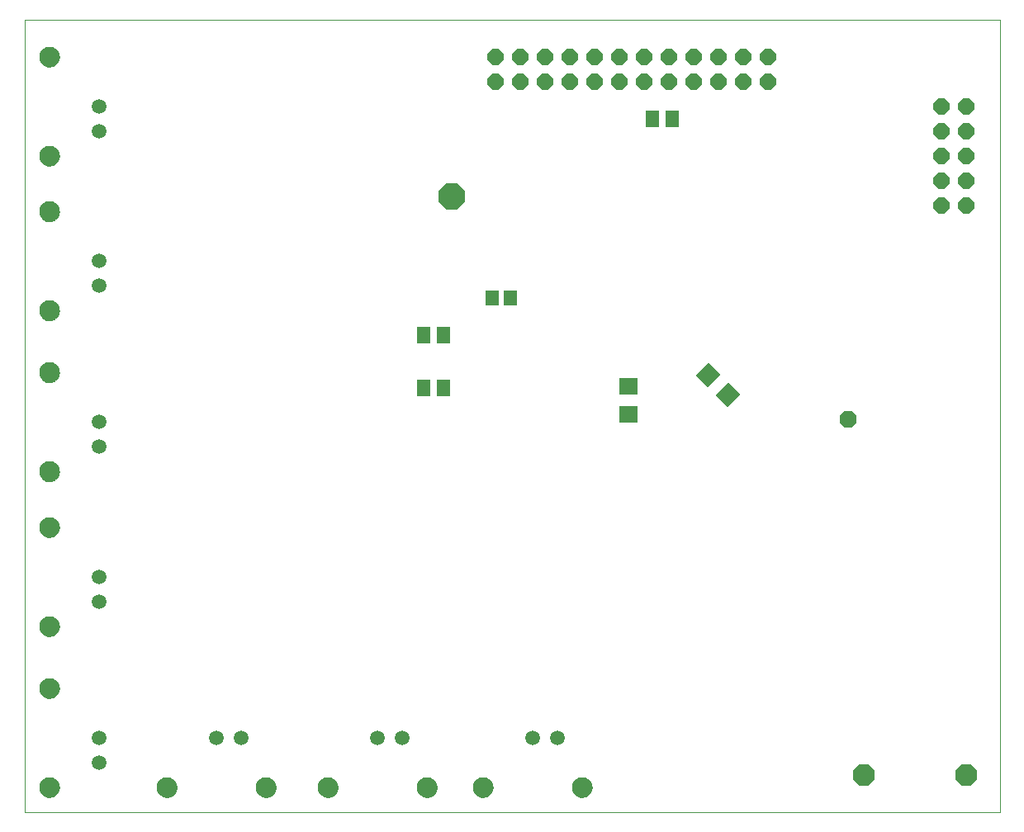
<source format=gbs>
G04 This is an RS-274x file exported by *
G04 gerbv version 2.4.0 *
G04 More information is available about gerbv at *
G04 http://gerbv.gpleda.org/ *
G04 --End of header info--*
%MOIN*%
%FSLAX23Y23*%
%IPPOS*%
G04 --Define apertures--*
%ADD10C,0.0000*%
%ADD11R,0.0552X0.0670*%
%ADD12R,0.0552X0.0631*%
%ADD13C,0.0827*%
%ADD14C,0.0594*%
%AMMACRO15*
5,1,8,0.000000,0.000000,0.096333,22.500000*
%
%ADD15MACRO15*%
%AMMACRO16*
5,1,8,0.000000,0.000000,0.112569,22.500000*
%
%ADD16MACRO16*%
%AMMACRO17*
5,1,8,0.000000,0.000000,0.069273,22.500000*
%
%ADD17MACRO17*%
%AMMACRO18*
5,1,8,0.000000,0.000000,0.072520,22.500000*
%
%ADD18MACRO18*%
%ADD19R,0.0670X0.0750*%
%ADD20R,0.0750X0.0670*%
G04 --Start main section--*
G54D10*
G01X01036Y01036D02*
G01X01036Y04236D01*
G01X01036Y04236D02*
G01X04973Y04236D01*
G01X04973Y04236D02*
G01X04973Y01036D01*
G01X04973Y01036D02*
G01X01036Y01036D01*
G01X01097Y01136D02*
G01X01097Y01140D01*
G01X01097Y01140D02*
G01X01098Y01144D01*
G01X01098Y01144D02*
G01X01099Y01148D01*
G01X01099Y01148D02*
G01X01100Y01151D01*
G01X01100Y01151D02*
G01X01102Y01155D01*
G01X01102Y01155D02*
G01X01104Y01158D01*
G01X01104Y01158D02*
G01X01106Y01161D01*
G01X01106Y01161D02*
G01X01109Y01164D01*
G01X01109Y01164D02*
G01X01112Y01167D01*
G01X01112Y01167D02*
G01X01115Y01169D01*
G01X01115Y01169D02*
G01X01118Y01171D01*
G01X01118Y01171D02*
G01X01122Y01173D01*
G01X01122Y01173D02*
G01X01125Y01174D01*
G01X01125Y01174D02*
G01X01129Y01175D01*
G01X01129Y01175D02*
G01X01133Y01175D01*
G01X01133Y01175D02*
G01X01137Y01176D01*
G01X01137Y01176D02*
G01X01141Y01175D01*
G01X01141Y01175D02*
G01X01145Y01175D01*
G01X01145Y01175D02*
G01X01149Y01173D01*
G01X01149Y01173D02*
G01X01152Y01172D01*
G01X01152Y01172D02*
G01X01156Y01170D01*
G01X01156Y01170D02*
G01X01159Y01168D01*
G01X01159Y01168D02*
G01X01162Y01166D01*
G01X01162Y01166D02*
G01X01165Y01163D01*
G01X01165Y01163D02*
G01X01168Y01160D01*
G01X01168Y01160D02*
G01X01170Y01157D01*
G01X01170Y01157D02*
G01X01172Y01153D01*
G01X01172Y01153D02*
G01X01173Y01150D01*
G01X01173Y01150D02*
G01X01174Y01146D01*
G01X01174Y01146D02*
G01X01175Y01142D01*
G01X01175Y01142D02*
G01X01176Y01138D01*
G01X01176Y01138D02*
G01X01176Y01134D01*
G01X01176Y01134D02*
G01X01175Y01130D01*
G01X01175Y01130D02*
G01X01174Y01126D01*
G01X01174Y01126D02*
G01X01173Y01123D01*
G01X01173Y01123D02*
G01X01172Y01119D01*
G01X01172Y01119D02*
G01X01170Y01116D01*
G01X01170Y01116D02*
G01X01168Y01112D01*
G01X01168Y01112D02*
G01X01165Y01109D01*
G01X01165Y01109D02*
G01X01162Y01107D01*
G01X01162Y01107D02*
G01X01159Y01104D01*
G01X01159Y01104D02*
G01X01156Y01102D01*
G01X01156Y01102D02*
G01X01152Y01100D01*
G01X01152Y01100D02*
G01X01149Y01099D01*
G01X01149Y01099D02*
G01X01145Y01098D01*
G01X01145Y01098D02*
G01X01141Y01097D01*
G01X01141Y01097D02*
G01X01137Y01097D01*
G01X01137Y01097D02*
G01X01133Y01097D01*
G01X01133Y01097D02*
G01X01129Y01097D01*
G01X01129Y01097D02*
G01X01125Y01098D01*
G01X01125Y01098D02*
G01X01122Y01099D01*
G01X01122Y01099D02*
G01X01118Y01101D01*
G01X01118Y01101D02*
G01X01115Y01103D01*
G01X01115Y01103D02*
G01X01112Y01105D01*
G01X01112Y01105D02*
G01X01109Y01108D01*
G01X01109Y01108D02*
G01X01106Y01111D01*
G01X01106Y01111D02*
G01X01104Y01114D01*
G01X01104Y01114D02*
G01X01102Y01117D01*
G01X01102Y01117D02*
G01X01100Y01121D01*
G01X01100Y01121D02*
G01X01099Y01125D01*
G01X01099Y01125D02*
G01X01098Y01128D01*
G01X01098Y01128D02*
G01X01097Y01132D01*
G01X01097Y01132D02*
G01X01097Y01136D01*
G01X01097Y01536D02*
G01X01097Y01540D01*
G01X01097Y01540D02*
G01X01098Y01544D01*
G01X01098Y01544D02*
G01X01099Y01548D01*
G01X01099Y01548D02*
G01X01100Y01551D01*
G01X01100Y01551D02*
G01X01102Y01555D01*
G01X01102Y01555D02*
G01X01104Y01558D01*
G01X01104Y01558D02*
G01X01106Y01561D01*
G01X01106Y01561D02*
G01X01109Y01564D01*
G01X01109Y01564D02*
G01X01112Y01567D01*
G01X01112Y01567D02*
G01X01115Y01569D01*
G01X01115Y01569D02*
G01X01118Y01571D01*
G01X01118Y01571D02*
G01X01122Y01573D01*
G01X01122Y01573D02*
G01X01125Y01574D01*
G01X01125Y01574D02*
G01X01129Y01575D01*
G01X01129Y01575D02*
G01X01133Y01575D01*
G01X01133Y01575D02*
G01X01137Y01576D01*
G01X01137Y01576D02*
G01X01141Y01575D01*
G01X01141Y01575D02*
G01X01145Y01575D01*
G01X01145Y01575D02*
G01X01149Y01573D01*
G01X01149Y01573D02*
G01X01152Y01572D01*
G01X01152Y01572D02*
G01X01156Y01570D01*
G01X01156Y01570D02*
G01X01159Y01568D01*
G01X01159Y01568D02*
G01X01162Y01566D01*
G01X01162Y01566D02*
G01X01165Y01563D01*
G01X01165Y01563D02*
G01X01168Y01560D01*
G01X01168Y01560D02*
G01X01170Y01557D01*
G01X01170Y01557D02*
G01X01172Y01553D01*
G01X01172Y01553D02*
G01X01173Y01550D01*
G01X01173Y01550D02*
G01X01174Y01546D01*
G01X01174Y01546D02*
G01X01175Y01542D01*
G01X01175Y01542D02*
G01X01176Y01538D01*
G01X01176Y01538D02*
G01X01176Y01534D01*
G01X01176Y01534D02*
G01X01175Y01530D01*
G01X01175Y01530D02*
G01X01174Y01526D01*
G01X01174Y01526D02*
G01X01173Y01523D01*
G01X01173Y01523D02*
G01X01172Y01519D01*
G01X01172Y01519D02*
G01X01170Y01516D01*
G01X01170Y01516D02*
G01X01168Y01512D01*
G01X01168Y01512D02*
G01X01165Y01509D01*
G01X01165Y01509D02*
G01X01162Y01507D01*
G01X01162Y01507D02*
G01X01159Y01504D01*
G01X01159Y01504D02*
G01X01156Y01502D01*
G01X01156Y01502D02*
G01X01152Y01500D01*
G01X01152Y01500D02*
G01X01149Y01499D01*
G01X01149Y01499D02*
G01X01145Y01498D01*
G01X01145Y01498D02*
G01X01141Y01497D01*
G01X01141Y01497D02*
G01X01137Y01497D01*
G01X01137Y01497D02*
G01X01133Y01497D01*
G01X01133Y01497D02*
G01X01129Y01497D01*
G01X01129Y01497D02*
G01X01125Y01498D01*
G01X01125Y01498D02*
G01X01122Y01499D01*
G01X01122Y01499D02*
G01X01118Y01501D01*
G01X01118Y01501D02*
G01X01115Y01503D01*
G01X01115Y01503D02*
G01X01112Y01505D01*
G01X01112Y01505D02*
G01X01109Y01508D01*
G01X01109Y01508D02*
G01X01106Y01511D01*
G01X01106Y01511D02*
G01X01104Y01514D01*
G01X01104Y01514D02*
G01X01102Y01517D01*
G01X01102Y01517D02*
G01X01100Y01521D01*
G01X01100Y01521D02*
G01X01099Y01525D01*
G01X01099Y01525D02*
G01X01098Y01528D01*
G01X01098Y01528D02*
G01X01097Y01532D01*
G01X01097Y01532D02*
G01X01097Y01536D01*
G01X01097Y01786D02*
G01X01097Y01790D01*
G01X01097Y01790D02*
G01X01098Y01794D01*
G01X01098Y01794D02*
G01X01099Y01798D01*
G01X01099Y01798D02*
G01X01100Y01801D01*
G01X01100Y01801D02*
G01X01102Y01805D01*
G01X01102Y01805D02*
G01X01104Y01808D01*
G01X01104Y01808D02*
G01X01106Y01811D01*
G01X01106Y01811D02*
G01X01109Y01814D01*
G01X01109Y01814D02*
G01X01112Y01817D01*
G01X01112Y01817D02*
G01X01115Y01819D01*
G01X01115Y01819D02*
G01X01118Y01821D01*
G01X01118Y01821D02*
G01X01122Y01823D01*
G01X01122Y01823D02*
G01X01125Y01824D01*
G01X01125Y01824D02*
G01X01129Y01825D01*
G01X01129Y01825D02*
G01X01133Y01825D01*
G01X01133Y01825D02*
G01X01137Y01826D01*
G01X01137Y01826D02*
G01X01141Y01825D01*
G01X01141Y01825D02*
G01X01145Y01825D01*
G01X01145Y01825D02*
G01X01149Y01823D01*
G01X01149Y01823D02*
G01X01152Y01822D01*
G01X01152Y01822D02*
G01X01156Y01820D01*
G01X01156Y01820D02*
G01X01159Y01818D01*
G01X01159Y01818D02*
G01X01162Y01816D01*
G01X01162Y01816D02*
G01X01165Y01813D01*
G01X01165Y01813D02*
G01X01168Y01810D01*
G01X01168Y01810D02*
G01X01170Y01807D01*
G01X01170Y01807D02*
G01X01172Y01803D01*
G01X01172Y01803D02*
G01X01173Y01800D01*
G01X01173Y01800D02*
G01X01174Y01796D01*
G01X01174Y01796D02*
G01X01175Y01792D01*
G01X01175Y01792D02*
G01X01176Y01788D01*
G01X01176Y01788D02*
G01X01176Y01784D01*
G01X01176Y01784D02*
G01X01175Y01780D01*
G01X01175Y01780D02*
G01X01174Y01776D01*
G01X01174Y01776D02*
G01X01173Y01773D01*
G01X01173Y01773D02*
G01X01172Y01769D01*
G01X01172Y01769D02*
G01X01170Y01766D01*
G01X01170Y01766D02*
G01X01168Y01762D01*
G01X01168Y01762D02*
G01X01165Y01759D01*
G01X01165Y01759D02*
G01X01162Y01757D01*
G01X01162Y01757D02*
G01X01159Y01754D01*
G01X01159Y01754D02*
G01X01156Y01752D01*
G01X01156Y01752D02*
G01X01152Y01750D01*
G01X01152Y01750D02*
G01X01149Y01749D01*
G01X01149Y01749D02*
G01X01145Y01748D01*
G01X01145Y01748D02*
G01X01141Y01747D01*
G01X01141Y01747D02*
G01X01137Y01747D01*
G01X01137Y01747D02*
G01X01133Y01747D01*
G01X01133Y01747D02*
G01X01129Y01747D01*
G01X01129Y01747D02*
G01X01125Y01748D01*
G01X01125Y01748D02*
G01X01122Y01749D01*
G01X01122Y01749D02*
G01X01118Y01751D01*
G01X01118Y01751D02*
G01X01115Y01753D01*
G01X01115Y01753D02*
G01X01112Y01755D01*
G01X01112Y01755D02*
G01X01109Y01758D01*
G01X01109Y01758D02*
G01X01106Y01761D01*
G01X01106Y01761D02*
G01X01104Y01764D01*
G01X01104Y01764D02*
G01X01102Y01767D01*
G01X01102Y01767D02*
G01X01100Y01771D01*
G01X01100Y01771D02*
G01X01099Y01775D01*
G01X01099Y01775D02*
G01X01098Y01778D01*
G01X01098Y01778D02*
G01X01097Y01782D01*
G01X01097Y01782D02*
G01X01097Y01786D01*
G01X01097Y02186D02*
G01X01097Y02190D01*
G01X01097Y02190D02*
G01X01098Y02194D01*
G01X01098Y02194D02*
G01X01099Y02198D01*
G01X01099Y02198D02*
G01X01100Y02201D01*
G01X01100Y02201D02*
G01X01102Y02205D01*
G01X01102Y02205D02*
G01X01104Y02208D01*
G01X01104Y02208D02*
G01X01106Y02211D01*
G01X01106Y02211D02*
G01X01109Y02214D01*
G01X01109Y02214D02*
G01X01112Y02217D01*
G01X01112Y02217D02*
G01X01115Y02219D01*
G01X01115Y02219D02*
G01X01118Y02221D01*
G01X01118Y02221D02*
G01X01122Y02223D01*
G01X01122Y02223D02*
G01X01125Y02224D01*
G01X01125Y02224D02*
G01X01129Y02225D01*
G01X01129Y02225D02*
G01X01133Y02225D01*
G01X01133Y02225D02*
G01X01137Y02226D01*
G01X01137Y02226D02*
G01X01141Y02225D01*
G01X01141Y02225D02*
G01X01145Y02225D01*
G01X01145Y02225D02*
G01X01149Y02223D01*
G01X01149Y02223D02*
G01X01152Y02222D01*
G01X01152Y02222D02*
G01X01156Y02220D01*
G01X01156Y02220D02*
G01X01159Y02218D01*
G01X01159Y02218D02*
G01X01162Y02216D01*
G01X01162Y02216D02*
G01X01165Y02213D01*
G01X01165Y02213D02*
G01X01168Y02210D01*
G01X01168Y02210D02*
G01X01170Y02207D01*
G01X01170Y02207D02*
G01X01172Y02203D01*
G01X01172Y02203D02*
G01X01173Y02200D01*
G01X01173Y02200D02*
G01X01174Y02196D01*
G01X01174Y02196D02*
G01X01175Y02192D01*
G01X01175Y02192D02*
G01X01176Y02188D01*
G01X01176Y02188D02*
G01X01176Y02184D01*
G01X01176Y02184D02*
G01X01175Y02180D01*
G01X01175Y02180D02*
G01X01174Y02176D01*
G01X01174Y02176D02*
G01X01173Y02173D01*
G01X01173Y02173D02*
G01X01172Y02169D01*
G01X01172Y02169D02*
G01X01170Y02166D01*
G01X01170Y02166D02*
G01X01168Y02162D01*
G01X01168Y02162D02*
G01X01165Y02159D01*
G01X01165Y02159D02*
G01X01162Y02157D01*
G01X01162Y02157D02*
G01X01159Y02154D01*
G01X01159Y02154D02*
G01X01156Y02152D01*
G01X01156Y02152D02*
G01X01152Y02150D01*
G01X01152Y02150D02*
G01X01149Y02149D01*
G01X01149Y02149D02*
G01X01145Y02148D01*
G01X01145Y02148D02*
G01X01141Y02147D01*
G01X01141Y02147D02*
G01X01137Y02147D01*
G01X01137Y02147D02*
G01X01133Y02147D01*
G01X01133Y02147D02*
G01X01129Y02147D01*
G01X01129Y02147D02*
G01X01125Y02148D01*
G01X01125Y02148D02*
G01X01122Y02149D01*
G01X01122Y02149D02*
G01X01118Y02151D01*
G01X01118Y02151D02*
G01X01115Y02153D01*
G01X01115Y02153D02*
G01X01112Y02155D01*
G01X01112Y02155D02*
G01X01109Y02158D01*
G01X01109Y02158D02*
G01X01106Y02161D01*
G01X01106Y02161D02*
G01X01104Y02164D01*
G01X01104Y02164D02*
G01X01102Y02167D01*
G01X01102Y02167D02*
G01X01100Y02171D01*
G01X01100Y02171D02*
G01X01099Y02175D01*
G01X01099Y02175D02*
G01X01098Y02178D01*
G01X01098Y02178D02*
G01X01097Y02182D01*
G01X01097Y02182D02*
G01X01097Y02186D01*
G01X01097Y02411D02*
G01X01097Y02415D01*
G01X01097Y02415D02*
G01X01098Y02419D01*
G01X01098Y02419D02*
G01X01099Y02423D01*
G01X01099Y02423D02*
G01X01100Y02426D01*
G01X01100Y02426D02*
G01X01102Y02430D01*
G01X01102Y02430D02*
G01X01104Y02433D01*
G01X01104Y02433D02*
G01X01106Y02436D01*
G01X01106Y02436D02*
G01X01109Y02439D01*
G01X01109Y02439D02*
G01X01112Y02442D01*
G01X01112Y02442D02*
G01X01115Y02444D01*
G01X01115Y02444D02*
G01X01118Y02446D01*
G01X01118Y02446D02*
G01X01122Y02448D01*
G01X01122Y02448D02*
G01X01125Y02449D01*
G01X01125Y02449D02*
G01X01129Y02450D01*
G01X01129Y02450D02*
G01X01133Y02450D01*
G01X01133Y02450D02*
G01X01137Y02451D01*
G01X01137Y02451D02*
G01X01141Y02450D01*
G01X01141Y02450D02*
G01X01145Y02450D01*
G01X01145Y02450D02*
G01X01149Y02448D01*
G01X01149Y02448D02*
G01X01152Y02447D01*
G01X01152Y02447D02*
G01X01156Y02445D01*
G01X01156Y02445D02*
G01X01159Y02443D01*
G01X01159Y02443D02*
G01X01162Y02441D01*
G01X01162Y02441D02*
G01X01165Y02438D01*
G01X01165Y02438D02*
G01X01168Y02435D01*
G01X01168Y02435D02*
G01X01170Y02432D01*
G01X01170Y02432D02*
G01X01172Y02428D01*
G01X01172Y02428D02*
G01X01173Y02425D01*
G01X01173Y02425D02*
G01X01174Y02421D01*
G01X01174Y02421D02*
G01X01175Y02417D01*
G01X01175Y02417D02*
G01X01176Y02413D01*
G01X01176Y02413D02*
G01X01176Y02409D01*
G01X01176Y02409D02*
G01X01175Y02405D01*
G01X01175Y02405D02*
G01X01174Y02401D01*
G01X01174Y02401D02*
G01X01173Y02398D01*
G01X01173Y02398D02*
G01X01172Y02394D01*
G01X01172Y02394D02*
G01X01170Y02391D01*
G01X01170Y02391D02*
G01X01168Y02387D01*
G01X01168Y02387D02*
G01X01165Y02384D01*
G01X01165Y02384D02*
G01X01162Y02382D01*
G01X01162Y02382D02*
G01X01159Y02379D01*
G01X01159Y02379D02*
G01X01156Y02377D01*
G01X01156Y02377D02*
G01X01152Y02375D01*
G01X01152Y02375D02*
G01X01149Y02374D01*
G01X01149Y02374D02*
G01X01145Y02373D01*
G01X01145Y02373D02*
G01X01141Y02372D01*
G01X01141Y02372D02*
G01X01137Y02372D01*
G01X01137Y02372D02*
G01X01133Y02372D01*
G01X01133Y02372D02*
G01X01129Y02372D01*
G01X01129Y02372D02*
G01X01125Y02373D01*
G01X01125Y02373D02*
G01X01122Y02374D01*
G01X01122Y02374D02*
G01X01118Y02376D01*
G01X01118Y02376D02*
G01X01115Y02378D01*
G01X01115Y02378D02*
G01X01112Y02380D01*
G01X01112Y02380D02*
G01X01109Y02383D01*
G01X01109Y02383D02*
G01X01106Y02386D01*
G01X01106Y02386D02*
G01X01104Y02389D01*
G01X01104Y02389D02*
G01X01102Y02392D01*
G01X01102Y02392D02*
G01X01100Y02396D01*
G01X01100Y02396D02*
G01X01099Y02400D01*
G01X01099Y02400D02*
G01X01098Y02403D01*
G01X01098Y02403D02*
G01X01097Y02407D01*
G01X01097Y02407D02*
G01X01097Y02411D01*
G01X01097Y02811D02*
G01X01097Y02815D01*
G01X01097Y02815D02*
G01X01098Y02819D01*
G01X01098Y02819D02*
G01X01099Y02823D01*
G01X01099Y02823D02*
G01X01100Y02826D01*
G01X01100Y02826D02*
G01X01102Y02830D01*
G01X01102Y02830D02*
G01X01104Y02833D01*
G01X01104Y02833D02*
G01X01106Y02836D01*
G01X01106Y02836D02*
G01X01109Y02839D01*
G01X01109Y02839D02*
G01X01112Y02842D01*
G01X01112Y02842D02*
G01X01115Y02844D01*
G01X01115Y02844D02*
G01X01118Y02846D01*
G01X01118Y02846D02*
G01X01122Y02848D01*
G01X01122Y02848D02*
G01X01125Y02849D01*
G01X01125Y02849D02*
G01X01129Y02850D01*
G01X01129Y02850D02*
G01X01133Y02850D01*
G01X01133Y02850D02*
G01X01137Y02851D01*
G01X01137Y02851D02*
G01X01141Y02850D01*
G01X01141Y02850D02*
G01X01145Y02850D01*
G01X01145Y02850D02*
G01X01149Y02848D01*
G01X01149Y02848D02*
G01X01152Y02847D01*
G01X01152Y02847D02*
G01X01156Y02845D01*
G01X01156Y02845D02*
G01X01159Y02843D01*
G01X01159Y02843D02*
G01X01162Y02841D01*
G01X01162Y02841D02*
G01X01165Y02838D01*
G01X01165Y02838D02*
G01X01168Y02835D01*
G01X01168Y02835D02*
G01X01170Y02832D01*
G01X01170Y02832D02*
G01X01172Y02828D01*
G01X01172Y02828D02*
G01X01173Y02825D01*
G01X01173Y02825D02*
G01X01174Y02821D01*
G01X01174Y02821D02*
G01X01175Y02817D01*
G01X01175Y02817D02*
G01X01176Y02813D01*
G01X01176Y02813D02*
G01X01176Y02809D01*
G01X01176Y02809D02*
G01X01175Y02805D01*
G01X01175Y02805D02*
G01X01174Y02801D01*
G01X01174Y02801D02*
G01X01173Y02798D01*
G01X01173Y02798D02*
G01X01172Y02794D01*
G01X01172Y02794D02*
G01X01170Y02791D01*
G01X01170Y02791D02*
G01X01168Y02787D01*
G01X01168Y02787D02*
G01X01165Y02784D01*
G01X01165Y02784D02*
G01X01162Y02782D01*
G01X01162Y02782D02*
G01X01159Y02779D01*
G01X01159Y02779D02*
G01X01156Y02777D01*
G01X01156Y02777D02*
G01X01152Y02775D01*
G01X01152Y02775D02*
G01X01149Y02774D01*
G01X01149Y02774D02*
G01X01145Y02773D01*
G01X01145Y02773D02*
G01X01141Y02772D01*
G01X01141Y02772D02*
G01X01137Y02772D01*
G01X01137Y02772D02*
G01X01133Y02772D01*
G01X01133Y02772D02*
G01X01129Y02772D01*
G01X01129Y02772D02*
G01X01125Y02773D01*
G01X01125Y02773D02*
G01X01122Y02774D01*
G01X01122Y02774D02*
G01X01118Y02776D01*
G01X01118Y02776D02*
G01X01115Y02778D01*
G01X01115Y02778D02*
G01X01112Y02780D01*
G01X01112Y02780D02*
G01X01109Y02783D01*
G01X01109Y02783D02*
G01X01106Y02786D01*
G01X01106Y02786D02*
G01X01104Y02789D01*
G01X01104Y02789D02*
G01X01102Y02792D01*
G01X01102Y02792D02*
G01X01100Y02796D01*
G01X01100Y02796D02*
G01X01099Y02800D01*
G01X01099Y02800D02*
G01X01098Y02803D01*
G01X01098Y02803D02*
G01X01097Y02807D01*
G01X01097Y02807D02*
G01X01097Y02811D01*
G01X01097Y03061D02*
G01X01097Y03065D01*
G01X01097Y03065D02*
G01X01098Y03069D01*
G01X01098Y03069D02*
G01X01099Y03073D01*
G01X01099Y03073D02*
G01X01100Y03076D01*
G01X01100Y03076D02*
G01X01102Y03080D01*
G01X01102Y03080D02*
G01X01104Y03083D01*
G01X01104Y03083D02*
G01X01106Y03086D01*
G01X01106Y03086D02*
G01X01109Y03089D01*
G01X01109Y03089D02*
G01X01112Y03092D01*
G01X01112Y03092D02*
G01X01115Y03094D01*
G01X01115Y03094D02*
G01X01118Y03096D01*
G01X01118Y03096D02*
G01X01122Y03098D01*
G01X01122Y03098D02*
G01X01125Y03099D01*
G01X01125Y03099D02*
G01X01129Y03100D01*
G01X01129Y03100D02*
G01X01133Y03100D01*
G01X01133Y03100D02*
G01X01137Y03101D01*
G01X01137Y03101D02*
G01X01141Y03100D01*
G01X01141Y03100D02*
G01X01145Y03100D01*
G01X01145Y03100D02*
G01X01149Y03098D01*
G01X01149Y03098D02*
G01X01152Y03097D01*
G01X01152Y03097D02*
G01X01156Y03095D01*
G01X01156Y03095D02*
G01X01159Y03093D01*
G01X01159Y03093D02*
G01X01162Y03091D01*
G01X01162Y03091D02*
G01X01165Y03088D01*
G01X01165Y03088D02*
G01X01168Y03085D01*
G01X01168Y03085D02*
G01X01170Y03082D01*
G01X01170Y03082D02*
G01X01172Y03078D01*
G01X01172Y03078D02*
G01X01173Y03075D01*
G01X01173Y03075D02*
G01X01174Y03071D01*
G01X01174Y03071D02*
G01X01175Y03067D01*
G01X01175Y03067D02*
G01X01176Y03063D01*
G01X01176Y03063D02*
G01X01176Y03059D01*
G01X01176Y03059D02*
G01X01175Y03055D01*
G01X01175Y03055D02*
G01X01174Y03051D01*
G01X01174Y03051D02*
G01X01173Y03048D01*
G01X01173Y03048D02*
G01X01172Y03044D01*
G01X01172Y03044D02*
G01X01170Y03041D01*
G01X01170Y03041D02*
G01X01168Y03037D01*
G01X01168Y03037D02*
G01X01165Y03034D01*
G01X01165Y03034D02*
G01X01162Y03032D01*
G01X01162Y03032D02*
G01X01159Y03029D01*
G01X01159Y03029D02*
G01X01156Y03027D01*
G01X01156Y03027D02*
G01X01152Y03025D01*
G01X01152Y03025D02*
G01X01149Y03024D01*
G01X01149Y03024D02*
G01X01145Y03023D01*
G01X01145Y03023D02*
G01X01141Y03022D01*
G01X01141Y03022D02*
G01X01137Y03022D01*
G01X01137Y03022D02*
G01X01133Y03022D01*
G01X01133Y03022D02*
G01X01129Y03022D01*
G01X01129Y03022D02*
G01X01125Y03023D01*
G01X01125Y03023D02*
G01X01122Y03024D01*
G01X01122Y03024D02*
G01X01118Y03026D01*
G01X01118Y03026D02*
G01X01115Y03028D01*
G01X01115Y03028D02*
G01X01112Y03030D01*
G01X01112Y03030D02*
G01X01109Y03033D01*
G01X01109Y03033D02*
G01X01106Y03036D01*
G01X01106Y03036D02*
G01X01104Y03039D01*
G01X01104Y03039D02*
G01X01102Y03042D01*
G01X01102Y03042D02*
G01X01100Y03046D01*
G01X01100Y03046D02*
G01X01099Y03050D01*
G01X01099Y03050D02*
G01X01098Y03053D01*
G01X01098Y03053D02*
G01X01097Y03057D01*
G01X01097Y03057D02*
G01X01097Y03061D01*
G01X01097Y03461D02*
G01X01097Y03465D01*
G01X01097Y03465D02*
G01X01098Y03469D01*
G01X01098Y03469D02*
G01X01099Y03473D01*
G01X01099Y03473D02*
G01X01100Y03476D01*
G01X01100Y03476D02*
G01X01102Y03480D01*
G01X01102Y03480D02*
G01X01104Y03483D01*
G01X01104Y03483D02*
G01X01106Y03486D01*
G01X01106Y03486D02*
G01X01109Y03489D01*
G01X01109Y03489D02*
G01X01112Y03492D01*
G01X01112Y03492D02*
G01X01115Y03494D01*
G01X01115Y03494D02*
G01X01118Y03496D01*
G01X01118Y03496D02*
G01X01122Y03498D01*
G01X01122Y03498D02*
G01X01125Y03499D01*
G01X01125Y03499D02*
G01X01129Y03500D01*
G01X01129Y03500D02*
G01X01133Y03500D01*
G01X01133Y03500D02*
G01X01137Y03501D01*
G01X01137Y03501D02*
G01X01141Y03500D01*
G01X01141Y03500D02*
G01X01145Y03500D01*
G01X01145Y03500D02*
G01X01149Y03498D01*
G01X01149Y03498D02*
G01X01152Y03497D01*
G01X01152Y03497D02*
G01X01156Y03495D01*
G01X01156Y03495D02*
G01X01159Y03493D01*
G01X01159Y03493D02*
G01X01162Y03491D01*
G01X01162Y03491D02*
G01X01165Y03488D01*
G01X01165Y03488D02*
G01X01168Y03485D01*
G01X01168Y03485D02*
G01X01170Y03482D01*
G01X01170Y03482D02*
G01X01172Y03478D01*
G01X01172Y03478D02*
G01X01173Y03475D01*
G01X01173Y03475D02*
G01X01174Y03471D01*
G01X01174Y03471D02*
G01X01175Y03467D01*
G01X01175Y03467D02*
G01X01176Y03463D01*
G01X01176Y03463D02*
G01X01176Y03459D01*
G01X01176Y03459D02*
G01X01175Y03455D01*
G01X01175Y03455D02*
G01X01174Y03451D01*
G01X01174Y03451D02*
G01X01173Y03448D01*
G01X01173Y03448D02*
G01X01172Y03444D01*
G01X01172Y03444D02*
G01X01170Y03441D01*
G01X01170Y03441D02*
G01X01168Y03437D01*
G01X01168Y03437D02*
G01X01165Y03434D01*
G01X01165Y03434D02*
G01X01162Y03432D01*
G01X01162Y03432D02*
G01X01159Y03429D01*
G01X01159Y03429D02*
G01X01156Y03427D01*
G01X01156Y03427D02*
G01X01152Y03425D01*
G01X01152Y03425D02*
G01X01149Y03424D01*
G01X01149Y03424D02*
G01X01145Y03423D01*
G01X01145Y03423D02*
G01X01141Y03422D01*
G01X01141Y03422D02*
G01X01137Y03422D01*
G01X01137Y03422D02*
G01X01133Y03422D01*
G01X01133Y03422D02*
G01X01129Y03422D01*
G01X01129Y03422D02*
G01X01125Y03423D01*
G01X01125Y03423D02*
G01X01122Y03424D01*
G01X01122Y03424D02*
G01X01118Y03426D01*
G01X01118Y03426D02*
G01X01115Y03428D01*
G01X01115Y03428D02*
G01X01112Y03430D01*
G01X01112Y03430D02*
G01X01109Y03433D01*
G01X01109Y03433D02*
G01X01106Y03436D01*
G01X01106Y03436D02*
G01X01104Y03439D01*
G01X01104Y03439D02*
G01X01102Y03442D01*
G01X01102Y03442D02*
G01X01100Y03446D01*
G01X01100Y03446D02*
G01X01099Y03450D01*
G01X01099Y03450D02*
G01X01098Y03453D01*
G01X01098Y03453D02*
G01X01097Y03457D01*
G01X01097Y03457D02*
G01X01097Y03461D01*
G01X01097Y03686D02*
G01X01097Y03690D01*
G01X01097Y03690D02*
G01X01098Y03694D01*
G01X01098Y03694D02*
G01X01099Y03698D01*
G01X01099Y03698D02*
G01X01100Y03701D01*
G01X01100Y03701D02*
G01X01102Y03705D01*
G01X01102Y03705D02*
G01X01104Y03708D01*
G01X01104Y03708D02*
G01X01106Y03711D01*
G01X01106Y03711D02*
G01X01109Y03714D01*
G01X01109Y03714D02*
G01X01112Y03717D01*
G01X01112Y03717D02*
G01X01115Y03719D01*
G01X01115Y03719D02*
G01X01118Y03721D01*
G01X01118Y03721D02*
G01X01122Y03723D01*
G01X01122Y03723D02*
G01X01125Y03724D01*
G01X01125Y03724D02*
G01X01129Y03725D01*
G01X01129Y03725D02*
G01X01133Y03725D01*
G01X01133Y03725D02*
G01X01137Y03726D01*
G01X01137Y03726D02*
G01X01141Y03725D01*
G01X01141Y03725D02*
G01X01145Y03725D01*
G01X01145Y03725D02*
G01X01149Y03723D01*
G01X01149Y03723D02*
G01X01152Y03722D01*
G01X01152Y03722D02*
G01X01156Y03720D01*
G01X01156Y03720D02*
G01X01159Y03718D01*
G01X01159Y03718D02*
G01X01162Y03716D01*
G01X01162Y03716D02*
G01X01165Y03713D01*
G01X01165Y03713D02*
G01X01168Y03710D01*
G01X01168Y03710D02*
G01X01170Y03707D01*
G01X01170Y03707D02*
G01X01172Y03703D01*
G01X01172Y03703D02*
G01X01173Y03700D01*
G01X01173Y03700D02*
G01X01174Y03696D01*
G01X01174Y03696D02*
G01X01175Y03692D01*
G01X01175Y03692D02*
G01X01176Y03688D01*
G01X01176Y03688D02*
G01X01176Y03684D01*
G01X01176Y03684D02*
G01X01175Y03680D01*
G01X01175Y03680D02*
G01X01174Y03676D01*
G01X01174Y03676D02*
G01X01173Y03673D01*
G01X01173Y03673D02*
G01X01172Y03669D01*
G01X01172Y03669D02*
G01X01170Y03666D01*
G01X01170Y03666D02*
G01X01168Y03662D01*
G01X01168Y03662D02*
G01X01165Y03659D01*
G01X01165Y03659D02*
G01X01162Y03657D01*
G01X01162Y03657D02*
G01X01159Y03654D01*
G01X01159Y03654D02*
G01X01156Y03652D01*
G01X01156Y03652D02*
G01X01152Y03650D01*
G01X01152Y03650D02*
G01X01149Y03649D01*
G01X01149Y03649D02*
G01X01145Y03648D01*
G01X01145Y03648D02*
G01X01141Y03647D01*
G01X01141Y03647D02*
G01X01137Y03647D01*
G01X01137Y03647D02*
G01X01133Y03647D01*
G01X01133Y03647D02*
G01X01129Y03647D01*
G01X01129Y03647D02*
G01X01125Y03648D01*
G01X01125Y03648D02*
G01X01122Y03649D01*
G01X01122Y03649D02*
G01X01118Y03651D01*
G01X01118Y03651D02*
G01X01115Y03653D01*
G01X01115Y03653D02*
G01X01112Y03655D01*
G01X01112Y03655D02*
G01X01109Y03658D01*
G01X01109Y03658D02*
G01X01106Y03661D01*
G01X01106Y03661D02*
G01X01104Y03664D01*
G01X01104Y03664D02*
G01X01102Y03667D01*
G01X01102Y03667D02*
G01X01100Y03671D01*
G01X01100Y03671D02*
G01X01099Y03675D01*
G01X01099Y03675D02*
G01X01098Y03678D01*
G01X01098Y03678D02*
G01X01097Y03682D01*
G01X01097Y03682D02*
G01X01097Y03686D01*
G01X01097Y04086D02*
G01X01097Y04090D01*
G01X01097Y04090D02*
G01X01098Y04094D01*
G01X01098Y04094D02*
G01X01099Y04098D01*
G01X01099Y04098D02*
G01X01100Y04101D01*
G01X01100Y04101D02*
G01X01102Y04105D01*
G01X01102Y04105D02*
G01X01104Y04108D01*
G01X01104Y04108D02*
G01X01106Y04111D01*
G01X01106Y04111D02*
G01X01109Y04114D01*
G01X01109Y04114D02*
G01X01112Y04117D01*
G01X01112Y04117D02*
G01X01115Y04119D01*
G01X01115Y04119D02*
G01X01118Y04121D01*
G01X01118Y04121D02*
G01X01122Y04123D01*
G01X01122Y04123D02*
G01X01125Y04124D01*
G01X01125Y04124D02*
G01X01129Y04125D01*
G01X01129Y04125D02*
G01X01133Y04125D01*
G01X01133Y04125D02*
G01X01137Y04126D01*
G01X01137Y04126D02*
G01X01141Y04125D01*
G01X01141Y04125D02*
G01X01145Y04125D01*
G01X01145Y04125D02*
G01X01149Y04123D01*
G01X01149Y04123D02*
G01X01152Y04122D01*
G01X01152Y04122D02*
G01X01156Y04120D01*
G01X01156Y04120D02*
G01X01159Y04118D01*
G01X01159Y04118D02*
G01X01162Y04116D01*
G01X01162Y04116D02*
G01X01165Y04113D01*
G01X01165Y04113D02*
G01X01168Y04110D01*
G01X01168Y04110D02*
G01X01170Y04107D01*
G01X01170Y04107D02*
G01X01172Y04103D01*
G01X01172Y04103D02*
G01X01173Y04100D01*
G01X01173Y04100D02*
G01X01174Y04096D01*
G01X01174Y04096D02*
G01X01175Y04092D01*
G01X01175Y04092D02*
G01X01176Y04088D01*
G01X01176Y04088D02*
G01X01176Y04084D01*
G01X01176Y04084D02*
G01X01175Y04080D01*
G01X01175Y04080D02*
G01X01174Y04076D01*
G01X01174Y04076D02*
G01X01173Y04073D01*
G01X01173Y04073D02*
G01X01172Y04069D01*
G01X01172Y04069D02*
G01X01170Y04066D01*
G01X01170Y04066D02*
G01X01168Y04062D01*
G01X01168Y04062D02*
G01X01165Y04059D01*
G01X01165Y04059D02*
G01X01162Y04057D01*
G01X01162Y04057D02*
G01X01159Y04054D01*
G01X01159Y04054D02*
G01X01156Y04052D01*
G01X01156Y04052D02*
G01X01152Y04050D01*
G01X01152Y04050D02*
G01X01149Y04049D01*
G01X01149Y04049D02*
G01X01145Y04048D01*
G01X01145Y04048D02*
G01X01141Y04047D01*
G01X01141Y04047D02*
G01X01137Y04047D01*
G01X01137Y04047D02*
G01X01133Y04047D01*
G01X01133Y04047D02*
G01X01129Y04047D01*
G01X01129Y04047D02*
G01X01125Y04048D01*
G01X01125Y04048D02*
G01X01122Y04049D01*
G01X01122Y04049D02*
G01X01118Y04051D01*
G01X01118Y04051D02*
G01X01115Y04053D01*
G01X01115Y04053D02*
G01X01112Y04055D01*
G01X01112Y04055D02*
G01X01109Y04058D01*
G01X01109Y04058D02*
G01X01106Y04061D01*
G01X01106Y04061D02*
G01X01104Y04064D01*
G01X01104Y04064D02*
G01X01102Y04067D01*
G01X01102Y04067D02*
G01X01100Y04071D01*
G01X01100Y04071D02*
G01X01099Y04074D01*
G01X01099Y04074D02*
G01X01098Y04078D01*
G01X01098Y04078D02*
G01X01097Y04082D01*
G01X01097Y04082D02*
G01X01097Y04086D01*
G01X01572Y01136D02*
G01X01572Y01140D01*
G01X01572Y01140D02*
G01X01573Y01144D01*
G01X01573Y01144D02*
G01X01574Y01148D01*
G01X01574Y01148D02*
G01X01575Y01151D01*
G01X01575Y01151D02*
G01X01577Y01155D01*
G01X01577Y01155D02*
G01X01579Y01158D01*
G01X01579Y01158D02*
G01X01581Y01161D01*
G01X01581Y01161D02*
G01X01584Y01164D01*
G01X01584Y01164D02*
G01X01587Y01167D01*
G01X01587Y01167D02*
G01X01590Y01169D01*
G01X01590Y01169D02*
G01X01593Y01171D01*
G01X01593Y01171D02*
G01X01597Y01173D01*
G01X01597Y01173D02*
G01X01600Y01174D01*
G01X01600Y01174D02*
G01X01604Y01175D01*
G01X01604Y01175D02*
G01X01608Y01175D01*
G01X01608Y01175D02*
G01X01612Y01176D01*
G01X01612Y01176D02*
G01X01616Y01175D01*
G01X01616Y01175D02*
G01X01620Y01175D01*
G01X01620Y01175D02*
G01X01624Y01173D01*
G01X01624Y01173D02*
G01X01627Y01172D01*
G01X01627Y01172D02*
G01X01631Y01170D01*
G01X01631Y01170D02*
G01X01634Y01168D01*
G01X01634Y01168D02*
G01X01637Y01166D01*
G01X01637Y01166D02*
G01X01640Y01163D01*
G01X01640Y01163D02*
G01X01643Y01160D01*
G01X01643Y01160D02*
G01X01645Y01157D01*
G01X01645Y01157D02*
G01X01647Y01153D01*
G01X01647Y01153D02*
G01X01648Y01150D01*
G01X01648Y01150D02*
G01X01649Y01146D01*
G01X01649Y01146D02*
G01X01650Y01142D01*
G01X01650Y01142D02*
G01X01651Y01138D01*
G01X01651Y01138D02*
G01X01651Y01134D01*
G01X01651Y01134D02*
G01X01650Y01130D01*
G01X01650Y01130D02*
G01X01649Y01126D01*
G01X01649Y01126D02*
G01X01648Y01123D01*
G01X01648Y01123D02*
G01X01647Y01119D01*
G01X01647Y01119D02*
G01X01645Y01116D01*
G01X01645Y01116D02*
G01X01643Y01112D01*
G01X01643Y01112D02*
G01X01640Y01109D01*
G01X01640Y01109D02*
G01X01637Y01107D01*
G01X01637Y01107D02*
G01X01634Y01104D01*
G01X01634Y01104D02*
G01X01631Y01102D01*
G01X01631Y01102D02*
G01X01627Y01100D01*
G01X01627Y01100D02*
G01X01624Y01099D01*
G01X01624Y01099D02*
G01X01620Y01098D01*
G01X01620Y01098D02*
G01X01616Y01097D01*
G01X01616Y01097D02*
G01X01612Y01097D01*
G01X01612Y01097D02*
G01X01608Y01097D01*
G01X01608Y01097D02*
G01X01604Y01097D01*
G01X01604Y01097D02*
G01X01600Y01098D01*
G01X01600Y01098D02*
G01X01597Y01099D01*
G01X01597Y01099D02*
G01X01593Y01101D01*
G01X01593Y01101D02*
G01X01590Y01103D01*
G01X01590Y01103D02*
G01X01587Y01105D01*
G01X01587Y01105D02*
G01X01584Y01108D01*
G01X01584Y01108D02*
G01X01581Y01111D01*
G01X01581Y01111D02*
G01X01579Y01114D01*
G01X01579Y01114D02*
G01X01577Y01117D01*
G01X01577Y01117D02*
G01X01575Y01121D01*
G01X01575Y01121D02*
G01X01574Y01125D01*
G01X01574Y01125D02*
G01X01573Y01128D01*
G01X01573Y01128D02*
G01X01572Y01132D01*
G01X01572Y01132D02*
G01X01572Y01136D01*
G01X01972Y01136D02*
G01X01972Y01140D01*
G01X01972Y01140D02*
G01X01973Y01144D01*
G01X01973Y01144D02*
G01X01974Y01148D01*
G01X01974Y01148D02*
G01X01975Y01151D01*
G01X01975Y01151D02*
G01X01977Y01155D01*
G01X01977Y01155D02*
G01X01979Y01158D01*
G01X01979Y01158D02*
G01X01981Y01161D01*
G01X01981Y01161D02*
G01X01984Y01164D01*
G01X01984Y01164D02*
G01X01987Y01167D01*
G01X01987Y01167D02*
G01X01990Y01169D01*
G01X01990Y01169D02*
G01X01993Y01171D01*
G01X01993Y01171D02*
G01X01997Y01173D01*
G01X01997Y01173D02*
G01X02000Y01174D01*
G01X02000Y01174D02*
G01X02004Y01175D01*
G01X02004Y01175D02*
G01X02008Y01175D01*
G01X02008Y01175D02*
G01X02012Y01176D01*
G01X02012Y01176D02*
G01X02016Y01175D01*
G01X02016Y01175D02*
G01X02020Y01175D01*
G01X02020Y01175D02*
G01X02024Y01173D01*
G01X02024Y01173D02*
G01X02027Y01172D01*
G01X02027Y01172D02*
G01X02031Y01170D01*
G01X02031Y01170D02*
G01X02034Y01168D01*
G01X02034Y01168D02*
G01X02037Y01166D01*
G01X02037Y01166D02*
G01X02040Y01163D01*
G01X02040Y01163D02*
G01X02043Y01160D01*
G01X02043Y01160D02*
G01X02045Y01157D01*
G01X02045Y01157D02*
G01X02047Y01153D01*
G01X02047Y01153D02*
G01X02048Y01150D01*
G01X02048Y01150D02*
G01X02049Y01146D01*
G01X02049Y01146D02*
G01X02050Y01142D01*
G01X02050Y01142D02*
G01X02051Y01138D01*
G01X02051Y01138D02*
G01X02051Y01134D01*
G01X02051Y01134D02*
G01X02050Y01130D01*
G01X02050Y01130D02*
G01X02049Y01126D01*
G01X02049Y01126D02*
G01X02048Y01123D01*
G01X02048Y01123D02*
G01X02047Y01119D01*
G01X02047Y01119D02*
G01X02045Y01116D01*
G01X02045Y01116D02*
G01X02043Y01112D01*
G01X02043Y01112D02*
G01X02040Y01109D01*
G01X02040Y01109D02*
G01X02037Y01107D01*
G01X02037Y01107D02*
G01X02034Y01104D01*
G01X02034Y01104D02*
G01X02031Y01102D01*
G01X02031Y01102D02*
G01X02027Y01100D01*
G01X02027Y01100D02*
G01X02024Y01099D01*
G01X02024Y01099D02*
G01X02020Y01098D01*
G01X02020Y01098D02*
G01X02016Y01097D01*
G01X02016Y01097D02*
G01X02012Y01097D01*
G01X02012Y01097D02*
G01X02008Y01097D01*
G01X02008Y01097D02*
G01X02004Y01097D01*
G01X02004Y01097D02*
G01X02000Y01098D01*
G01X02000Y01098D02*
G01X01997Y01099D01*
G01X01997Y01099D02*
G01X01993Y01101D01*
G01X01993Y01101D02*
G01X01990Y01103D01*
G01X01990Y01103D02*
G01X01987Y01105D01*
G01X01987Y01105D02*
G01X01984Y01108D01*
G01X01984Y01108D02*
G01X01981Y01111D01*
G01X01981Y01111D02*
G01X01979Y01114D01*
G01X01979Y01114D02*
G01X01977Y01117D01*
G01X01977Y01117D02*
G01X01975Y01121D01*
G01X01975Y01121D02*
G01X01974Y01125D01*
G01X01974Y01125D02*
G01X01973Y01128D01*
G01X01973Y01128D02*
G01X01972Y01132D01*
G01X01972Y01132D02*
G01X01972Y01136D01*
G01X02222Y01136D02*
G01X02222Y01140D01*
G01X02222Y01140D02*
G01X02223Y01144D01*
G01X02223Y01144D02*
G01X02224Y01148D01*
G01X02224Y01148D02*
G01X02225Y01151D01*
G01X02225Y01151D02*
G01X02227Y01155D01*
G01X02227Y01155D02*
G01X02229Y01158D01*
G01X02229Y01158D02*
G01X02231Y01161D01*
G01X02231Y01161D02*
G01X02234Y01164D01*
G01X02234Y01164D02*
G01X02237Y01167D01*
G01X02237Y01167D02*
G01X02240Y01169D01*
G01X02240Y01169D02*
G01X02243Y01171D01*
G01X02243Y01171D02*
G01X02247Y01173D01*
G01X02247Y01173D02*
G01X02250Y01174D01*
G01X02250Y01174D02*
G01X02254Y01175D01*
G01X02254Y01175D02*
G01X02258Y01175D01*
G01X02258Y01175D02*
G01X02262Y01176D01*
G01X02262Y01176D02*
G01X02266Y01175D01*
G01X02266Y01175D02*
G01X02270Y01175D01*
G01X02270Y01175D02*
G01X02274Y01173D01*
G01X02274Y01173D02*
G01X02277Y01172D01*
G01X02277Y01172D02*
G01X02281Y01170D01*
G01X02281Y01170D02*
G01X02284Y01168D01*
G01X02284Y01168D02*
G01X02287Y01166D01*
G01X02287Y01166D02*
G01X02290Y01163D01*
G01X02290Y01163D02*
G01X02293Y01160D01*
G01X02293Y01160D02*
G01X02295Y01157D01*
G01X02295Y01157D02*
G01X02297Y01153D01*
G01X02297Y01153D02*
G01X02298Y01150D01*
G01X02298Y01150D02*
G01X02299Y01146D01*
G01X02299Y01146D02*
G01X02300Y01142D01*
G01X02300Y01142D02*
G01X02301Y01138D01*
G01X02301Y01138D02*
G01X02301Y01134D01*
G01X02301Y01134D02*
G01X02300Y01130D01*
G01X02300Y01130D02*
G01X02299Y01126D01*
G01X02299Y01126D02*
G01X02298Y01123D01*
G01X02298Y01123D02*
G01X02297Y01119D01*
G01X02297Y01119D02*
G01X02295Y01116D01*
G01X02295Y01116D02*
G01X02293Y01112D01*
G01X02293Y01112D02*
G01X02290Y01109D01*
G01X02290Y01109D02*
G01X02287Y01107D01*
G01X02287Y01107D02*
G01X02284Y01104D01*
G01X02284Y01104D02*
G01X02281Y01102D01*
G01X02281Y01102D02*
G01X02277Y01100D01*
G01X02277Y01100D02*
G01X02274Y01099D01*
G01X02274Y01099D02*
G01X02270Y01098D01*
G01X02270Y01098D02*
G01X02266Y01097D01*
G01X02266Y01097D02*
G01X02262Y01097D01*
G01X02262Y01097D02*
G01X02258Y01097D01*
G01X02258Y01097D02*
G01X02254Y01097D01*
G01X02254Y01097D02*
G01X02250Y01098D01*
G01X02250Y01098D02*
G01X02247Y01099D01*
G01X02247Y01099D02*
G01X02243Y01101D01*
G01X02243Y01101D02*
G01X02240Y01103D01*
G01X02240Y01103D02*
G01X02237Y01105D01*
G01X02237Y01105D02*
G01X02234Y01108D01*
G01X02234Y01108D02*
G01X02231Y01111D01*
G01X02231Y01111D02*
G01X02229Y01114D01*
G01X02229Y01114D02*
G01X02227Y01117D01*
G01X02227Y01117D02*
G01X02225Y01121D01*
G01X02225Y01121D02*
G01X02224Y01125D01*
G01X02224Y01125D02*
G01X02223Y01128D01*
G01X02223Y01128D02*
G01X02222Y01132D01*
G01X02222Y01132D02*
G01X02222Y01136D01*
G01X02622Y01136D02*
G01X02622Y01140D01*
G01X02622Y01140D02*
G01X02623Y01144D01*
G01X02623Y01144D02*
G01X02624Y01148D01*
G01X02624Y01148D02*
G01X02625Y01151D01*
G01X02625Y01151D02*
G01X02627Y01155D01*
G01X02627Y01155D02*
G01X02629Y01158D01*
G01X02629Y01158D02*
G01X02631Y01161D01*
G01X02631Y01161D02*
G01X02634Y01164D01*
G01X02634Y01164D02*
G01X02637Y01167D01*
G01X02637Y01167D02*
G01X02640Y01169D01*
G01X02640Y01169D02*
G01X02643Y01171D01*
G01X02643Y01171D02*
G01X02647Y01173D01*
G01X02647Y01173D02*
G01X02650Y01174D01*
G01X02650Y01174D02*
G01X02654Y01175D01*
G01X02654Y01175D02*
G01X02658Y01175D01*
G01X02658Y01175D02*
G01X02662Y01176D01*
G01X02662Y01176D02*
G01X02666Y01175D01*
G01X02666Y01175D02*
G01X02670Y01175D01*
G01X02670Y01175D02*
G01X02674Y01173D01*
G01X02674Y01173D02*
G01X02677Y01172D01*
G01X02677Y01172D02*
G01X02681Y01170D01*
G01X02681Y01170D02*
G01X02684Y01168D01*
G01X02684Y01168D02*
G01X02687Y01166D01*
G01X02687Y01166D02*
G01X02690Y01163D01*
G01X02690Y01163D02*
G01X02693Y01160D01*
G01X02693Y01160D02*
G01X02695Y01157D01*
G01X02695Y01157D02*
G01X02697Y01153D01*
G01X02697Y01153D02*
G01X02698Y01150D01*
G01X02698Y01150D02*
G01X02699Y01146D01*
G01X02699Y01146D02*
G01X02700Y01142D01*
G01X02700Y01142D02*
G01X02701Y01138D01*
G01X02701Y01138D02*
G01X02701Y01134D01*
G01X02701Y01134D02*
G01X02700Y01130D01*
G01X02700Y01130D02*
G01X02699Y01126D01*
G01X02699Y01126D02*
G01X02698Y01123D01*
G01X02698Y01123D02*
G01X02697Y01119D01*
G01X02697Y01119D02*
G01X02695Y01116D01*
G01X02695Y01116D02*
G01X02693Y01112D01*
G01X02693Y01112D02*
G01X02690Y01109D01*
G01X02690Y01109D02*
G01X02687Y01107D01*
G01X02687Y01107D02*
G01X02684Y01104D01*
G01X02684Y01104D02*
G01X02681Y01102D01*
G01X02681Y01102D02*
G01X02677Y01100D01*
G01X02677Y01100D02*
G01X02674Y01099D01*
G01X02674Y01099D02*
G01X02670Y01098D01*
G01X02670Y01098D02*
G01X02666Y01097D01*
G01X02666Y01097D02*
G01X02662Y01097D01*
G01X02662Y01097D02*
G01X02658Y01097D01*
G01X02658Y01097D02*
G01X02654Y01097D01*
G01X02654Y01097D02*
G01X02650Y01098D01*
G01X02650Y01098D02*
G01X02647Y01099D01*
G01X02647Y01099D02*
G01X02643Y01101D01*
G01X02643Y01101D02*
G01X02640Y01103D01*
G01X02640Y01103D02*
G01X02637Y01105D01*
G01X02637Y01105D02*
G01X02634Y01108D01*
G01X02634Y01108D02*
G01X02631Y01111D01*
G01X02631Y01111D02*
G01X02629Y01114D01*
G01X02629Y01114D02*
G01X02627Y01117D01*
G01X02627Y01117D02*
G01X02625Y01121D01*
G01X02625Y01121D02*
G01X02624Y01125D01*
G01X02624Y01125D02*
G01X02623Y01128D01*
G01X02623Y01128D02*
G01X02622Y01132D01*
G01X02622Y01132D02*
G01X02622Y01136D01*
G01X02847Y01136D02*
G01X02847Y01140D01*
G01X02847Y01140D02*
G01X02848Y01144D01*
G01X02848Y01144D02*
G01X02849Y01148D01*
G01X02849Y01148D02*
G01X02850Y01151D01*
G01X02850Y01151D02*
G01X02852Y01155D01*
G01X02852Y01155D02*
G01X02854Y01158D01*
G01X02854Y01158D02*
G01X02856Y01161D01*
G01X02856Y01161D02*
G01X02859Y01164D01*
G01X02859Y01164D02*
G01X02862Y01167D01*
G01X02862Y01167D02*
G01X02865Y01169D01*
G01X02865Y01169D02*
G01X02868Y01171D01*
G01X02868Y01171D02*
G01X02872Y01173D01*
G01X02872Y01173D02*
G01X02875Y01174D01*
G01X02875Y01174D02*
G01X02879Y01175D01*
G01X02879Y01175D02*
G01X02883Y01175D01*
G01X02883Y01175D02*
G01X02887Y01176D01*
G01X02887Y01176D02*
G01X02891Y01175D01*
G01X02891Y01175D02*
G01X02895Y01175D01*
G01X02895Y01175D02*
G01X02899Y01173D01*
G01X02899Y01173D02*
G01X02902Y01172D01*
G01X02902Y01172D02*
G01X02906Y01170D01*
G01X02906Y01170D02*
G01X02909Y01168D01*
G01X02909Y01168D02*
G01X02912Y01166D01*
G01X02912Y01166D02*
G01X02915Y01163D01*
G01X02915Y01163D02*
G01X02918Y01160D01*
G01X02918Y01160D02*
G01X02920Y01157D01*
G01X02920Y01157D02*
G01X02922Y01153D01*
G01X02922Y01153D02*
G01X02923Y01150D01*
G01X02923Y01150D02*
G01X02924Y01146D01*
G01X02924Y01146D02*
G01X02925Y01142D01*
G01X02925Y01142D02*
G01X02926Y01138D01*
G01X02926Y01138D02*
G01X02926Y01134D01*
G01X02926Y01134D02*
G01X02925Y01130D01*
G01X02925Y01130D02*
G01X02924Y01126D01*
G01X02924Y01126D02*
G01X02923Y01123D01*
G01X02923Y01123D02*
G01X02922Y01119D01*
G01X02922Y01119D02*
G01X02920Y01116D01*
G01X02920Y01116D02*
G01X02918Y01112D01*
G01X02918Y01112D02*
G01X02915Y01109D01*
G01X02915Y01109D02*
G01X02912Y01107D01*
G01X02912Y01107D02*
G01X02909Y01104D01*
G01X02909Y01104D02*
G01X02906Y01102D01*
G01X02906Y01102D02*
G01X02902Y01100D01*
G01X02902Y01100D02*
G01X02899Y01099D01*
G01X02899Y01099D02*
G01X02895Y01098D01*
G01X02895Y01098D02*
G01X02891Y01097D01*
G01X02891Y01097D02*
G01X02887Y01097D01*
G01X02887Y01097D02*
G01X02883Y01097D01*
G01X02883Y01097D02*
G01X02879Y01097D01*
G01X02879Y01097D02*
G01X02875Y01098D01*
G01X02875Y01098D02*
G01X02872Y01099D01*
G01X02872Y01099D02*
G01X02868Y01101D01*
G01X02868Y01101D02*
G01X02865Y01103D01*
G01X02865Y01103D02*
G01X02862Y01105D01*
G01X02862Y01105D02*
G01X02859Y01108D01*
G01X02859Y01108D02*
G01X02856Y01111D01*
G01X02856Y01111D02*
G01X02854Y01114D01*
G01X02854Y01114D02*
G01X02852Y01117D01*
G01X02852Y01117D02*
G01X02850Y01121D01*
G01X02850Y01121D02*
G01X02849Y01125D01*
G01X02849Y01125D02*
G01X02848Y01128D01*
G01X02848Y01128D02*
G01X02847Y01132D01*
G01X02847Y01132D02*
G01X02847Y01136D01*
G01X03247Y01136D02*
G01X03247Y01140D01*
G01X03247Y01140D02*
G01X03248Y01144D01*
G01X03248Y01144D02*
G01X03249Y01148D01*
G01X03249Y01148D02*
G01X03250Y01151D01*
G01X03250Y01151D02*
G01X03252Y01155D01*
G01X03252Y01155D02*
G01X03254Y01158D01*
G01X03254Y01158D02*
G01X03256Y01161D01*
G01X03256Y01161D02*
G01X03259Y01164D01*
G01X03259Y01164D02*
G01X03262Y01167D01*
G01X03262Y01167D02*
G01X03265Y01169D01*
G01X03265Y01169D02*
G01X03268Y01171D01*
G01X03268Y01171D02*
G01X03272Y01173D01*
G01X03272Y01173D02*
G01X03275Y01174D01*
G01X03275Y01174D02*
G01X03279Y01175D01*
G01X03279Y01175D02*
G01X03283Y01175D01*
G01X03283Y01175D02*
G01X03287Y01176D01*
G01X03287Y01176D02*
G01X03291Y01175D01*
G01X03291Y01175D02*
G01X03295Y01175D01*
G01X03295Y01175D02*
G01X03299Y01173D01*
G01X03299Y01173D02*
G01X03302Y01172D01*
G01X03302Y01172D02*
G01X03306Y01170D01*
G01X03306Y01170D02*
G01X03309Y01168D01*
G01X03309Y01168D02*
G01X03312Y01166D01*
G01X03312Y01166D02*
G01X03315Y01163D01*
G01X03315Y01163D02*
G01X03318Y01160D01*
G01X03318Y01160D02*
G01X03320Y01157D01*
G01X03320Y01157D02*
G01X03322Y01153D01*
G01X03322Y01153D02*
G01X03323Y01150D01*
G01X03323Y01150D02*
G01X03324Y01146D01*
G01X03324Y01146D02*
G01X03325Y01142D01*
G01X03325Y01142D02*
G01X03326Y01138D01*
G01X03326Y01138D02*
G01X03326Y01134D01*
G01X03326Y01134D02*
G01X03325Y01130D01*
G01X03325Y01130D02*
G01X03324Y01126D01*
G01X03324Y01126D02*
G01X03323Y01123D01*
G01X03323Y01123D02*
G01X03322Y01119D01*
G01X03322Y01119D02*
G01X03320Y01116D01*
G01X03320Y01116D02*
G01X03318Y01112D01*
G01X03318Y01112D02*
G01X03315Y01109D01*
G01X03315Y01109D02*
G01X03312Y01107D01*
G01X03312Y01107D02*
G01X03309Y01104D01*
G01X03309Y01104D02*
G01X03306Y01102D01*
G01X03306Y01102D02*
G01X03302Y01100D01*
G01X03302Y01100D02*
G01X03299Y01099D01*
G01X03299Y01099D02*
G01X03295Y01098D01*
G01X03295Y01098D02*
G01X03291Y01097D01*
G01X03291Y01097D02*
G01X03287Y01097D01*
G01X03287Y01097D02*
G01X03283Y01097D01*
G01X03283Y01097D02*
G01X03279Y01097D01*
G01X03279Y01097D02*
G01X03275Y01098D01*
G01X03275Y01098D02*
G01X03272Y01099D01*
G01X03272Y01099D02*
G01X03268Y01101D01*
G01X03268Y01101D02*
G01X03265Y01103D01*
G01X03265Y01103D02*
G01X03262Y01105D01*
G01X03262Y01105D02*
G01X03259Y01108D01*
G01X03259Y01108D02*
G01X03256Y01111D01*
G01X03256Y01111D02*
G01X03254Y01114D01*
G01X03254Y01114D02*
G01X03252Y01117D01*
G01X03252Y01117D02*
G01X03250Y01121D01*
G01X03250Y01121D02*
G01X03249Y01125D01*
G01X03249Y01125D02*
G01X03248Y01128D01*
G01X03248Y01128D02*
G01X03247Y01132D01*
G01X03247Y01132D02*
G01X03247Y01136D01*
G54D11*
G01X02726Y02749D03*
G01X02647Y02749D03*
G01X02647Y02961D03*
G01X02726Y02961D03*
G01X03572Y03836D03*
G01X03651Y03836D03*
G54D12*
G01X02999Y03111D03*
G01X02924Y03111D03*
G54D13*
G01X01136Y03061D03*
G01X01136Y02811D03*
G01X01136Y02411D03*
G01X01136Y02186D03*
G01X01136Y01786D03*
G01X01136Y01536D03*
G01X01136Y01136D03*
G01X01611Y01136D03*
G01X02011Y01136D03*
G01X02261Y01136D03*
G01X02661Y01136D03*
G01X02886Y01136D03*
G01X03286Y01136D03*
G01X01136Y03461D03*
G01X01136Y03686D03*
G01X01136Y04086D03*
G54D14*
G01X01336Y03886D03*
G01X01336Y03786D03*
G01X01336Y03261D03*
G01X01336Y03161D03*
G01X01336Y02611D03*
G01X01336Y02511D03*
G01X01336Y01986D03*
G01X01336Y01886D03*
G01X01336Y01336D03*
G01X01336Y01236D03*
G01X01811Y01336D03*
G01X01911Y01336D03*
G01X02461Y01336D03*
G01X02561Y01336D03*
G01X03086Y01336D03*
G01X03186Y01336D03*
G54D15*
G01X04424Y01186D03*
G01X04836Y01186D03*
G54D16*
G01X02761Y03524D03*
G54D17*
G01X02936Y03986D03*
G01X03036Y03986D03*
G01X03136Y03986D03*
G01X03236Y03986D03*
G01X03336Y03986D03*
G01X03436Y03986D03*
G01X03536Y03986D03*
G01X03636Y03986D03*
G01X03736Y03986D03*
G01X03836Y03986D03*
G01X03936Y03986D03*
G01X04036Y03986D03*
G01X04036Y04086D03*
G01X03936Y04086D03*
G01X03836Y04086D03*
G01X03736Y04086D03*
G01X03636Y04086D03*
G01X03536Y04086D03*
G01X03436Y04086D03*
G01X03336Y04086D03*
G01X03236Y04086D03*
G01X03136Y04086D03*
G01X03036Y04086D03*
G01X02936Y04086D03*
G01X04736Y03886D03*
G01X04836Y03886D03*
G01X04836Y03786D03*
G01X04836Y03686D03*
G01X04836Y03586D03*
G01X04736Y03586D03*
G01X04736Y03686D03*
G01X04736Y03786D03*
G01X04736Y03486D03*
G01X04836Y03486D03*
G54D18*
G01X04361Y02624D03*
G54D19*
G36*
G01X03873Y02671D02*
G01X03826Y02719D01*
G01X03879Y02772D01*
G01X03926Y02724D01*
G01X03873Y02671D01*
G37*
G36*
G01X03794Y02751D02*
G01X03746Y02798D01*
G01X03799Y02851D01*
G01X03847Y02804D01*
G01X03794Y02751D01*
G37*
G54D20*
G01X03474Y02755D03*
G01X03474Y02643D03*
M02*

</source>
